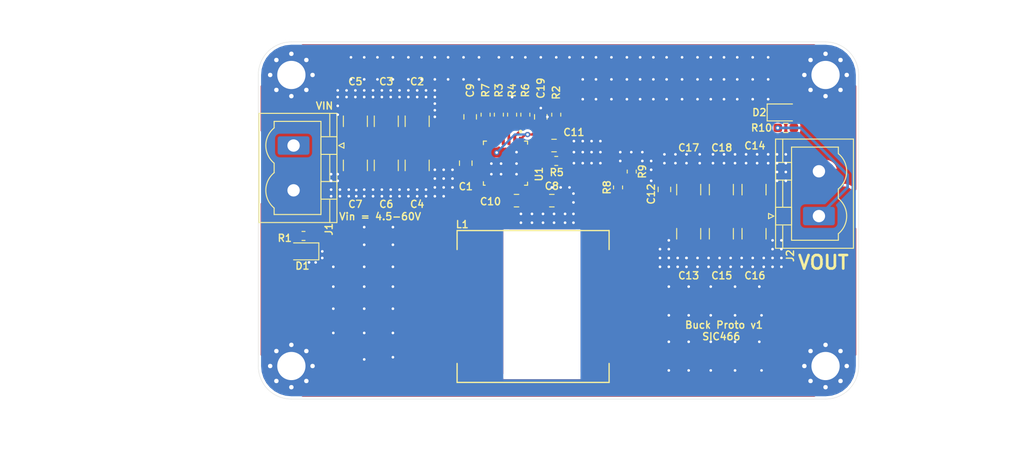
<source format=kicad_pcb>
(kicad_pcb (version 20211014) (generator pcbnew)
  (layers (0 "F.Cu" signal) (31 "B.Cu" signal) (34 "B.Paste" user) (35 "F.Paste" user) (36 "B.SilkS" user "B.Silkscreen") (37 "F.SilkS" user "F.Silkscreen") (38 "B.Mask" user) (39 "F.Mask" user) (44 "Edge.Cuts" user))
  (net 0 "")
  (net 1 "GND")
  (net 2 "+BATT")
  (net 3 "Net-(C8-Pad1)")
  (net 4 "Net-(C9-Pad2)")
  (net 5 "Net-(C9-Pad1)")
  (net 6 "Net-(C10-Pad2)")
  (net 7 "/VDD")
  (net 8 "/VOUT")
  (net 9 "Net-(D1-Pad2)")
  (net 10 "Net-(L1-Pad1)")
  (net 11 "Net-(R2-Pad1)")
  (net 12 "Net-(R3-Pad2)")
  (net 13 "Net-(R5-Pad1)")
  (net 14 "Net-(R6-Pad2)")
  (net 15 "Net-(R7-Pad1)")
  (net 16 "Net-(R8-Pad1)")
  (net 17 "Net-(D2-Pad2)")
  (footprint "Capacitor_SMD:C_0805_2012Metric_Pad1.15x1.40mm_HandSolder" (layer "F.Cu") (at 88 47.25 -90)
    (fp_text reference "C1")
    (fp_text value "100n")
  )
  (footprint "Capacitor_SMD:C_1210_3225Metric_Pad1.42x2.65mm_HandSolder" (layer "F.Cu") (at 82.5 42.5 90)
    (fp_text reference "C2")
    (fp_text value "22u")
  )
  (footprint "Capacitor_SMD:C_1210_3225Metric_Pad1.42x2.65mm_HandSolder" (layer "F.Cu") (at 79 42.5 90)
    (fp_text reference "C3")
    (fp_text value "22u")
  )
  (footprint "Capacitor_SMD:C_1210_3225Metric_Pad1.42x2.65mm_HandSolder" (layer "F.Cu") (at 75.5 42.5 90)
    (fp_text reference "C5")
    (fp_text value "22u")
  )
  (footprint "Capacitor_SMD:C_0805_2012Metric_Pad1.15x1.40mm_HandSolder" (layer "F.Cu") (at 97.75 51.5)
    (fp_text reference "C8")
    (fp_text value "33n")
  )
  (footprint "Capacitor_SMD:C_0805_2012Metric_Pad1.15x1.40mm_HandSolder" (layer "F.Cu") (at 88.5 42 -90)
    (fp_text reference "C9")
    (fp_text value "100n")
  )
  (footprint "Capacitor_SMD:C_0805_2012Metric_Pad1.15x1.40mm_HandSolder" (layer "F.Cu") (at 93.75 51.5 180)
    (fp_text reference "C10")
    (fp_text value "1u")
  )
  (footprint "Capacitor_SMD:C_0805_2012Metric_Pad1.15x1.40mm_HandSolder" (layer "F.Cu") (at 98 45.25 180)
    (fp_text reference "C11")
    (fp_text value "1u")
  )
  (footprint "Capacitor_SMD:C_0805_2012Metric_Pad1.15x1.40mm_HandSolder" (layer "F.Cu") (at 110.5 50.225 90)
    (fp_text reference "C12")
    (fp_text value "100n")
  )
  (footprint "Capacitor_SMD:C_1210_3225Metric_Pad1.42x2.65mm_HandSolder" (layer "F.Cu") (at 113.25 55.25 -90)
    (fp_text reference "C13")
    (fp_text value "22u")
  )
  (footprint "Capacitor_SMD:C_1210_3225Metric_Pad1.42x2.65mm_HandSolder" (layer "F.Cu") (at 120.65 50.25 90)
    (fp_text reference "C14")
    (fp_text value "22u")
  )
  (footprint "Capacitor_SMD:C_1210_3225Metric_Pad1.42x2.65mm_HandSolder" (layer "F.Cu") (at 116.95 55.25 -90)
    (fp_text reference "C15")
    (fp_text value "22u")
  )
  (footprint "LED_SMD:LED_0805_2012Metric_Pad1.15x1.40mm_HandSolder" (layer "F.Cu") (at 69.5 57.25 180)
    (fp_text reference "D1")
    (fp_text value "LED")
  )
  (footprint "MountingHole:MountingHole_3.2mm_M3_Pad_Via" (layer "F.Cu") (at 68.25 37.25)
    (fp_text reference "H1" hide)
    (fp_text value "MountingHole_Pad")
  )
  (footprint "MountingHole:MountingHole_3.2mm_M3_Pad_Via" (layer "F.Cu") (at 128.75 70.25)
    (fp_text reference "H2" hide)
    (fp_text value "MountingHole_Pad")
  )
  (footprint "MountingHole:MountingHole_3.2mm_M3_Pad_Via" (layer "F.Cu") (at 128.75 37.25)
    (fp_text reference "H3" hide)
    (fp_text value "MountingHole_Pad")
  )
  (footprint "Connector_Phoenix_MSTB:PhoenixContact_MSTBVA_2,5_2-G-5,08_1x02_P5.08mm_Vertical" (layer "F.Cu") (at 68.5 45.25 -90)
    (fp_text reference "J1")
    (fp_text value "BAT_IN")
  )
  (footprint "Connector_Phoenix_MSTB:PhoenixContact_MSTBVA_2,5_2-G-5,08_1x02_P5.08mm_Vertical" (layer "F.Cu") (at 128 53.25 90)
    (fp_text reference "J2")
    (fp_text value "BAT_IN")
  )
  (footprint "Inductor_SMD:L_Vishay_IHLP-6767" (layer "F.Cu") (at 95.6275 63.5)
    (fp_text reference "L1")
    (fp_text value "4.7uH")
  )
  (footprint "AREA_lib_composant:CONV_SIC461ED-T1-GE3" (layer "F.Cu") (at 92.5 47.25 -90)
    (fp_text reference "U1")
    (fp_text value "SIC466ED-T1-GE3")
  )
  (footprint "Capacitor_SMD:C_1210_3225Metric_Pad1.42x2.65mm_HandSolder" (layer "F.Cu") (at 120.65 55.25 -90)
    (fp_text reference "C16")
    (fp_text value "22u")
  )
  (footprint "Capacitor_SMD:C_1210_3225Metric_Pad1.42x2.65mm_HandSolder" (layer "F.Cu") (at 113.25 50.25 90)
    (fp_text reference "C17")
    (fp_text value "22u")
  )
  (footprint "Capacitor_SMD:C_1210_3225Metric_Pad1.42x2.65mm_HandSolder" (layer "F.Cu") (at 116.95 50.25 90)
    (fp_text reference "C18")
    (fp_text value "22u")
  )
  (footprint "Resistor_SMD:R_0603_1608Metric_Pad1.05x0.95mm_HandSolder" (layer "F.Cu") (at 69.625 55.5 180)
    (fp_text reference "R1")
    (fp_text value "10k")
  )
  (footprint "Resistor_SMD:R_0603_1608Metric_Pad1.05x0.95mm_HandSolder" (layer "F.Cu") (at 98.25 41.75 90)
    (fp_text reference "R2")
    (fp_text value "2k")
  )
  (footprint "Resistor_SMD:R_0603_1608Metric_Pad1.05x0.95mm_HandSolder" (layer "F.Cu") (at 91.75 41.75 -90)
    (fp_text reference "R3")
    (fp_text value "562k")
  )
  (footprint "Resistor_SMD:R_0603_1608Metric_Pad1.05x0.95mm_HandSolder" (layer "F.Cu") (at 93.25 41.75 90)
    (fp_text reference "R4")
    (fp_text value "226k")
  )
  (footprint "Resistor_SMD:R_0603_1608Metric_Pad1.05x0.95mm_HandSolder" (layer "F.Cu") (at 98.25 47)
    (fp_text reference "R5")
    (fp_text value "88.7k")
  )
  (footprint "Resistor_SMD:R_0603_1608Metric_Pad1.05x0.95mm_HandSolder" (layer "F.Cu") (at 94.75 41.75 -90)
    (fp_text reference "R6")
    (fp_text value "100k")
  )
  (footprint "Resistor_SMD:R_0603_1608Metric_Pad1.05x0.95mm_HandSolder" (layer "F.Cu") (at 90.25 41.75 90)
    (fp_text reference "R7")
    (fp_text value "3.3")
  )
  (footprint "Resistor_SMD:R_0603_1608Metric_Pad1.05x0.95mm_HandSolder" (layer "F.Cu") (at 105.25 50 -90)
    (fp_text reference "R8")
    (fp_text value "52.3k")
  )
  (footprint "Resistor_SMD:R_0603_1608Metric_Pad1.05x0.95mm_HandSolder" (layer "F.Cu") (at 106.8 48.2 -90)
    (fp_text reference "R9")
    (fp_text value "10k")
  )
  (footprint "Capacitor_SMD:C_0805_2012Metric_Pad1.15x1.40mm_HandSolder" (layer "F.Cu") (at 96.5 42 90)
    (fp_text reference "C19")
    (fp_text value "100n")
  )
  (footprint "Capacitor_SMD:C_1210_3225Metric_Pad1.42x2.65mm_HandSolder" (layer "F.Cu") (at 79 47.5 -90)
    (fp_text reference "C6")
    (fp_text value "22u")
  )
  (footprint "Capacitor_SMD:C_1210_3225Metric_Pad1.42x2.65mm_HandSolder" (layer "F.Cu") (at 82.5 47.5 -90)
    (fp_text reference "C4")
    (fp_text value "22u")
  )
  (footprint "Capacitor_SMD:C_1210_3225Metric_Pad1.42x2.65mm_HandSolder" (layer "F.Cu") (at 75.5 47.5 -90)
    (fp_text reference "C7")
    (fp_text value "22u")
  )
  (footprint "LED_SMD:LED_0805_2012Metric_Pad1.15x1.40mm_HandSolder" (layer "F.Cu") (at 124 41.5)
    (fp_text reference "D2")
    (fp_text value "LED")
  )
  (footprint "Resistor_SMD:R_0603_1608Metric_Pad0.98x0.95mm_HandSolder" (layer "F.Cu") (at 124.25 43.25)
    (fp_text reference "R10")
    (fp_text value "10k")
  )
  (footprint "MountingHole:MountingHole_3.2mm_M3_Pad_Via" (layer "F.Cu") (at 68.25 70.25)
    (fp_text reference "H4" hide)
    (fp_text value "MountingHole_Pad")
  )
  (gr_arc (start 128.75 33.5) (mid 131.40165 34.59835) (end 132.5 37.25) (layer "Edge.Cuts") (width 0.0381))
  (gr_line (start 132.5 37.25) (end 132.5 70.25) (layer "Edge.Cuts") (width 0.0381))
  (gr_line (start 128.75 74) (end 68.25 74) (layer "Edge.Cuts") (width 0.0381))
  (gr_line (start 64.5 70.25) (end 64.5 37.25) (layer "Edge.Cuts") (width 0.0381))
  (gr_line (start 128.75 33.5) (end 68.25 33.5) (layer "Edge.Cuts") (width 0.0381))
  (gr_arc (start 64.5 37.25) (mid 65.59835 34.59835) (end 68.25 33.5) (layer "Edge.Cuts") (width 0.0381))
  (gr_arc (start 68.25 74) (mid 65.59835 72.90165) (end 64.5 70.25) (layer "Edge.Cuts") (width 0.0381))
  (gr_arc (start 132.5 70.25) (mid 131.40165 72.90165) (end 128.75 74) (layer "Edge.Cuts") (width 0.0381))
  (gr_text "Vin = 4.5-60V" (at 78.3 53.3) (layer "F.SilkS") (effects (font (size 0.8128 0.8128) (thickness 0.1524))))
  (gr_text "VOUT" (at 128.5 58.5) (layer "F.SilkS") (effects (font (size 1.524 1.524) (thickness 0.3048))))
  (gr_text "VIN" (at 72 40.75) (layer "F.SilkS") (effects (font (size 0.8128 0.8128) (thickness 0.1524))))
  (gr_text "Buck Proto v1\nSIC466 \n" (at 117.25 66.25) (layer "F.SilkS") (effects (font (size 0.8128 0.8128) (thickness 0.1524))))
  (segment (start 93.621398 50.75) (end 94.025 50.75) (width 0.25) (layer "F.Cu") (net 1))
  (segment (start 93.25 49.775) (end 93.25 47.7) (width 0.3) (layer "F.Cu") (net 1))
  (segment (start 94.025 50.75) (end 94.775 51.5) (width 0.25) (layer "F.Cu") (net 1))
  (segment (start 93.25 50.378602) (end 93.621398 50.75) (width 0.25) (layer "F.Cu") (net 1))
  (segment (start 93.25 47.7) (end 93.7 47.25) (width 0.3) (layer "F.Cu") (net 1))
  (segment (start 93.7 47.25) (end 93.95 47.5) (width 0.3) (layer "F.Cu") (net 1))
  (segment (start 93.25 49.775) (end 93.25 50.378602) (width 0.25) (layer "F.Cu") (net 1))
  (segment (start 95.025 47.5) (end 96.25 47.5) (width 0.3) (layer "F.Cu") (net 1))
  (segment (start 93.95 47.5) (end 95.025 47.5) (width 0.3) (layer "F.Cu") (net 1))
  (via (at 102.75 35.25) (size 0.6) (drill 0.3) (layers "F.Cu" "B.Cu") (net 1))
  (via (at 106.25 35.25) (size 0.6) (drill 0.3) (layers "F.Cu" "B.Cu") (net 1))
  (via (at 104.5 35.25) (size 0.6) (drill 0.3) (layers "F.Cu" "B.Cu") (net 1))
  (via (at 101.25 35.25) (size 0.6) (drill 0.3) (layers "F.Cu" "B.Cu") (net 1))
  (via (at 99.75 35.25) (size 0.6) (drill 0.3) (layers "F.Cu" "B.Cu") (net 1))
  (via (at 84.5 35.25) (size 0.6) (drill 0.3) (layers "F.Cu" "B.Cu") (net 1))
  (via (at 78 35.25) (size 0.6) (drill 0.3) (layers "F.Cu" "B.Cu") (net 1))
  (via (at 81.5 35.25) (size 0.6) (drill 0.3) (layers "F.Cu" "B.Cu") (net 1))
  (via (at 86 35.25) (size 0.6) (drill 0.3) (layers "F.Cu" "B.Cu") (net 1))
  (via (at 89.5 35.25) (size 0.6) (drill 0.3) (layers "F.Cu" "B.Cu") (net 1))
  (via (at 87.75 35.25) (size 0.6) (drill 0.3) (layers "F.Cu" "B.Cu") (net 1))
  (via (at 79.75 35.25) (size 0.6) (drill 0.3) (layers "F.Cu" "B.Cu") (net 1))
  (via (at 76.5 35.25) (size 0.6) (drill 0.3) (layers "F.Cu" "B.Cu") (net 1))
  (via (at 83 35.25) (size 0.6) (drill 0.3) (layers "F.Cu" "B.Cu") (net 1))
  (via (at 75 35.25) (size 0.6) (drill 0.3) (layers "F.Cu" "B.Cu") (net 1))
  (via (at 118.5 61.25) (size 0.6) (drill 0.3) (layers "F.Cu" "B.Cu") (net 1))
  (via (at 113.25 61.25) (size 0.6) (drill 0.3) (layers "F.Cu" "B.Cu") (net 1))
  (via (at 121.5 64.5) (size 0.6) (drill 0.3) (layers "F.Cu" "B.Cu") (net 1))
  (via (at 111 61.25) (size 0.6) (drill 0.3) (layers "F.Cu" "B.Cu") (net 1))
  (via (at 113.25 64.5) (size 0.6) (drill 0.3) (layers "F.Cu" "B.Cu") (net 1))
  (via (at 118.5 64.5) (size 0.6) (drill 0.3) (layers "F.Cu" "B.Cu") (net 1))
  (via (at 115.75 64.5) (size 0.6) (drill 0.3) (layers "F.Cu" "B.Cu") (net 1))
  (via (at 111 64.5) (size 0.6) (drill 0.3) (layers "F.Cu" "B.Cu") (net 1))
  (via (at 121.25 61.25) (size 0.6) (drill 0.3) (layers "F.Cu" "B.Cu") (net 1))
  (via (at 115.75 61.25) (size 0.6) (drill 0.3) (layers "F.Cu" "B.Cu") (net 1))
  (via (at 123.75 58) (size 0.6) (drill 0.3) (layers "F.Cu" "B.Cu") (net 1))
  (via (at 105.5 46) (size 0.6) (drill 0.3) (layers "F.Cu" "B.Cu") (net 1))
  (via (at 115.5 58) (size 0.6) (drill 0.3) (layers "F.Cu" "B.Cu") (net 1))
  (via (at 100.25 46) (size 0.6) (drill 0.3) (layers "F.Cu" "B.Cu") (net 1))
  (via (at 78.5 39.75) (size 0.6) (drill 0.3) (layers "F.Cu" "B.Cu") (net 1))
  (via (at 121 46.25) (size 0.6) (drill 0.3) (layers "F.Cu" "B.Cu") (net 1))
  (via (at 93.75 47.3) (size 0.6) (drill 0.3) (layers "F.Cu" "B.Cu") (net 1))
  (via (at 73 63.75) (size 0.6) (drill 0.3) (layers "F.Cu" "B.Cu") (net 1))
  (via (at 116 46.25) (size 0.6) (drill 0.3) (layers "F.Cu" "B.Cu") (net 1))
  (via (at 80.5 50.25) (size 0.6) (drill 0.3) (layers "F.Cu" "B.Cu") (net 1))
  (via (at 102.25 44.75) (size 0.6) (drill 0.3) (layers "F.Cu" "B.Cu") (net 1))
  (via (at 111.75 47.25) (size 0.6) (drill 0.3) (layers "F.Cu" "B.Cu") (net 1))
  (via (at 115.75 37.75) (size 0.6) (drill 0.3) (layers "F.Cu" "B.Cu") (net 1))
  (via (at 92 48.5) (size 0.6) (drill 0.3) (layers "F.Cu" "B.Cu") (net 1))
  (via (at 122.25 47.25) (size 0.6) (drill 0.3) (layers "F.Cu" "B.Cu") (net 1))
  (via (at 109 49.25) (size 0.6) (drill 0.3) (layers "F.Cu" "B.Cu") (net 1))
  (via (at 100.2 50.7) (size 0.6) (drill 0.3) (layers "F.Cu" "B.Cu") (net 1))
  (via (at 84.5 51) (size 0.6) (drill 0.3) (layers "F.Cu" "B.Cu") (net 1))
  (via (at 81.5 39) (size 0.6) (drill 0.3) (layers "F.Cu" "B.Cu") (net 1))
  (via (at 79.75 54.5) (size 0.6) (drill 0.3) (layers "F.Cu" "B.Cu") (net 1))
  (via (at 120.5 40) (size 0.6) (drill 0.3) (layers "F.Cu" "B.Cu") (net 1))
  (via (at 86.5 50) (size 0.6) (drill 0.3) (layers "F.Cu" "B.Cu") (net 1))
  (via (at 118.75 35.25) (size 0.6) (drill 0.3) (layers "F.Cu" "B.Cu") (net 1))
  (via (at 110.5 47.25) (size 0.6) (drill 0.3) (layers "F.Cu" "B.Cu") (net 1))
  (via (at 85.5 49) (size 0.6) (drill 0.3) (layers "F.Cu" "B.Cu") (net 1))
  (via (at 73 66.5) (size 0.6) (drill 0.3) (layers "F.Cu" "B.Cu") (net 1))
  (via (at 118 58) (size 0.6) (drill 0.3) (layers "F.Cu" "B.Cu") (net 1))
  (via (at 76.5 63.75) (size 0.6) (drill 0.3) (layers "F.Cu" "B.Cu") (net 1))
  (via (at 79.75 59) (size 0.6) (drill 0.3) (layers "F.Cu" "B.Cu") (net 1))
  (via (at 123.25 46.25) (size 0.6) (drill 0.3) (layers "F.Cu" "B.Cu") (net 1))
  (via (at 106.75 46) (size 0.6) (drill 0.3) (layers "F.Cu" "B.Cu") (net 1))
  (via (at 96.75 54) (size 0.6) (drill 0.3) (layers "F.Cu" "B.Cu") (net 1))
  (via (at 114.25 40) (size 0.6) (drill 0.3) (layers "F.Cu" "B.Cu") (net 1))
  (via (at 102.25 47.25) (size 0.6) (drill 0.3) (layers "F.Cu" "B.Cu") (net 1))
  (via (at 122.75 56) (size 0.6) (drill 0.3) (layers "F.Cu" "B.Cu") (net 1))
  (via (at 75.5 39.75) (size 0.6) (drill 0.3) (layers "F.Cu" "B.Cu") (net 1))
  (via (at 82.5 39.75) (size 0.6) (drill 0.3) (layers "F.Cu" "B.Cu") (net 1))
  (via (at 112 59) (size 0.6) (drill 0.3) (layers "F.Cu" "B.Cu") (net 1))
  (via (at 76.5 56.5) (size 0.6) (drill 0.3) (layers "F.Cu" "B.Cu") (net 1))
  (via (at 84.5 50) (size 0.6) (drill 0.3) (layers "F.Cu" "B.Cu") (net 1))
  (via (at 70.25 58.5) (size 0.6) (drill 0.3) (layers "F.Cu" "B.Cu") (net 1))
  (via (at 80.5 39) (size 0.6) (drill 0.3) (layers "F.Cu" "B.Cu") (net 1))
  (via (at 113 46.25) (size 0.6) (drill 0.3) (layers "F.Cu" "B.Cu") (net 1))
  (via (at 81.5 39.75) (size 0.6) (drill 0.3) (layers "F.Cu" "B.Cu") (net 1))
  (via (at 73.75 51) (size 0.6) (drill 0.3) (layers "F.Cu" "B.Cu") (net 1))
  (via (at 117.25 47.25) (size 0.6) (drill 0.3) (layers "F.Cu" "B.Cu") (net 1))
  (via (at 74.5 39) (size 0.6) (drill 0.3) (layers "F.Cu" "B.Cu") (net 1))
  (via (at 122.25 40) (size 0.6) (drill 0.3) (layers "F.Cu" "B.Cu") (net 1))
  (via (at 110 59) (size 0.6) (drill 0.3) (layers "F.Cu" "B.Cu") (net 1))
  (via (at 76.5 37.75) (size 0.6) (drill 0.3) (layers "F.Cu" "B.Cu") (net 1))
  (via (at 72.75 51) (size 0.6) (drill 0.3) (layers "F.Cu" "B.Cu") (net 1))
  (via (at 100.25 44.75) (size 0.6) (drill 0.3) (layers "F.Cu" "B.Cu") (net 1))
  (via (at 117.25 37.75) (size 0.6) (drill 0.3) (layers "F.Cu" "B.Cu") (net 1))
  (via (at 75 37.75) (size 0.6) (drill 0.3) (layers "F.Cu" "B.Cu") (net 1))
  (via (at 114.25 37.75) (size 0.6) (drill 0.3) (layers "F.Cu" "B.Cu") (net 1))
  (via (at 84.5 49) (size 0.6) (drill 0.3) (layers "F.Cu" "B.Cu") (net 1))
  (via (at 79.75 69.25) (size 0.6) (drill 0.3) (layers "F.Cu" "B.Cu") (net 1))
  (via (at 104.5 40) (size 0.6) (drill 0.3) (layers "F.Cu" "B.Cu") (net 1))
  (via (at 94.25 53) (size 0.6) (drill 0.3) (layers "F.Cu" "B.Cu") (net 1))
  (via (at 73.5 41.75) (size 0.6) (drill 0.3) (layers "F.Cu" "B.Cu") (net 1))
  (via (at 120.5 58) (size 0.6) (drill 0.3) (layers "F.Cu" "B.Cu") (net 1))
  (via (at 90.9 48.5) (size 0.6) (drill 0.3) (layers "F.Cu" "B.Cu") (net 1))
  (via (at 87.75 37.75) (size 0.6) (drill 0.3) (layers "F.Cu" "B.Cu") (net 1))
  (via (at 77.5 50.25) (size 0.6) (drill 0.3) (layers "F.Cu" "B.Cu") (net 1))
  (via (at 112.5 35.25) (size 0.6) (drill 0.3) (layers "F.Cu" "B.Cu") (net 1))
  (via (at 73 59) (size 0.6) (drill 0.3) (layers "F.Cu" "B.Cu") (net 1))
  (via (at 71.75 57.25) (size 0.6) (drill 0.3) (layers "F.Cu" "B.Cu") (net 1))
  (via (at 110 57) (size 0.6) (drill 0.3) (layers "F.Cu" "B.Cu") (net 1))
  (via (at 101.25 47.25) (size 0.6) (drill 0.3) (layers "F.Cu" "B.Cu") (net 1))
  (via (at 99.25 53) (size 0.6) (drill 0.3) (layers "F.Cu" "B.Cu") (net 1))
  (via (at 121 47.25) (size 0.6) (drill 0.3) (layers "F.Cu" "B.Cu") (net 1))
  (via (at 115.75 40) (size 0.6) (drill 0.3) (layers "F.Cu" "B.Cu") (net 1))
  (via (at 77.5 39) (size 0.6) (drill 0.3) (layers "F.Cu" "B.Cu") (net 1))
  (via (at 73.5 48.5) (size 0.6) (drill 0.3) (layers "F.Cu" "B.Cu") (net 1))
  (via (at 123.75 57) (size 0.6) (drill 0.3) (layers "F.Cu" "B.Cu") (net 1))
  (via (at 101.25 40) (size 0.6) (drill 0.3) (layers "F.Cu" "B.Cu") (net 1))
  (via (at 106.25 40) (size 0.6) (drill 0.3) (layers "F.Cu" "B.Cu") (net 1))
  (via (at 75.6 51) (size 0.6) (drill 0.3) (layers "F.Cu" "B.Cu") (net 1))
  (via (at 78.5 39) (size 0.6) (drill 0.3) (layers "F.Cu" "B.Cu") (net 1))
  (via (at 84.5 42) (size 0.6) (drill 0.3) (layers "F.Cu" "B.Cu") (net 1))
  (via (at 114.25 58) (size 0.6) (drill 0.3) (layers "F.Cu" "B.Cu") (net 1))
  (via (at 123.75 59) (size 0.6) (drill 0.3) (layers "F.Cu" "B.Cu") (net 1))
  (via (at 76.5 50.25) (size 0.6) (drill 0.3) (layers "F.Cu" "B.Cu") (net 1))
  (via (at 76.5 61.25) (size 0.6) (drill 0.3) (layers "F.Cu" "B.Cu") (net 1))
  (via (at 109.25 40) (size 0.6) (drill 0.3) (layers "F.Cu" "B.Cu") (net 1))
  (via (at 93.25 35.25) (size 0.6) (drill 0.3) (layers "F.Cu" "B.Cu") (net 1))
  (via (at 107.75 37.75) (size 0.6) (drill 0.3) (layers "F.Cu" "B.Cu") (net 1))
  (via (at 109.25 35.25) (size 0.6) (drill 0.3) (layers "F.Cu" "B.Cu") (net 1))
  (via (at 90.9 47.3) (size 0.6) (drill 0.3) (layers "F.Cu" "B.Cu") (net 1))
  (via (at 110.5 46.25) (size 0.6) (drill 0.3) (layers "F.Cu" "B.Cu") (net 1))
  (via (at 113 47.25) (size 0.6) (drill 0.3) (layers "F.Cu" "B.Cu") (net 1))
  (via (at 102.75 40) (size 0.6) (drill 0.3) (layers "F.Cu" "B.Cu") (net 1))
  (via (at 83.5 39) (size 0.6) (drill 0.3) (layers "F.Cu" "B.Cu") (net 1))
  (via (at 82.5 50.25) (size 0.6) (drill 0.3) (layers "F.Cu" "B.Cu") (net 1))
  (via (at 113.25 67.5) (size 0.6) (drill 0.3) (layers "F.Cu" "B.Cu") (net 1))
  (via (at 78.5 51) (size 0.6) (drill 0.3) (layers "F.Cu" "B.Cu") (net 1))
  (via (at 74.75 50.25) (size 0.6) (drill 0.3) (layers "F.Cu" "B.Cu") (net 1))
  (via (at 122.25 46.25) (size 0.6) (drill 0.3) (layers "F.Cu" "B.Cu") (net 1))
  (via (at 82.5 39) (size 0.6) (drill 0.3) (layers "F.Cu" "B.Cu") (net 1))
  (via (at 110.75 40) (size 0.6) (drill 0.3) (layers "F.Cu" "B.Cu") (net 1))
  (via (at 91.75 35.25) (size 0.6) (drill 0.3) (layers "F.Cu" "B.Cu") (net 1))
  (via (at 113 58) (size 0.6) (drill 0.3) (layers "F.Cu" "B.Cu") (net 1))
  (via (at 79.5 51) (size 0.6) (drill 0.3) (layers "F.Cu" "B.Cu") (net 1))
  (via (at 122.25 37.75) (size 0.6) (drill 0.3) (layers "F.Cu" "B.Cu") (net 1))
  (via (at 93.75 48.5) (size 0.6) (drill 0.3) (layers "F.Cu" "B.Cu") (net 1))
  (via (at 120.5 37.75) (size 0.6) (drill 0.3) (layers "F.Cu" "B.Cu") (net 1))
  (via (at 108 47) (size 0.6) (drill 0.3) (layers "F.Cu" "B.Cu") (net 1))
  (via (at 84.5 41.25) (size 0.6) (drill 0.3) (layers "F.Cu" "B.Cu") (net 1))
  (via (at 101.25 37.75) (size 0.6) (drill 0.3) (layers "F.Cu" "B.Cu") (net 1))
  (via (at 80.5 51) (size 0.6) (drill 0.3) (layers "F.Cu" "B.Cu") (net 1))
  (via (at 83 37.75) (size 0.6) (drill 0.3) (layers "F.Cu" "B.Cu") (net 1))
  (via (at 99.75 50) (size 0.6) (drill 0.3) (layers "F.Cu" "B.Cu") (net 1))
  (via (at 113 59) (size 0.6) (drill 0.3) (layers "F.Cu" "B.Cu") (net 1))
  (via (at 93.75 46) (size 0.6) (drill 0.3) (layers "F.Cu" "B.Cu") (net 1))
  (via (at 99.25 54) (size 0.6) (drill 0.3) (layers "F.Cu" "B.Cu") (net 1))
  (via (at 117.25 40) (size 0.6) (drill 0.3) (layers "F.Cu" "B.Cu") (net 1))
  (via (at 89.5 37.75) (size 0.6) (drill 0.3) (layers "F.Cu" "B.Cu") (net 1))
  (via (at 79.75 56.5) (size 0.6) (drill 0.3) (layers "F.Cu" "B.Cu") (net 1))
  (via (at 111 70.75) (size 0.6) (drill 0.3) (layers "F.Cu" "B.Cu") (net 1))
  (via (at 114.5 46.25) (size 0.6) (drill 0.3) (layers "F.Cu" "B.Cu") (net 1))
  (via (at 94.25 54) (size 0.6) (drill 0.3) (layers "F.Cu" "B.Cu") (net 1))
  (via (at 105.5 47) (size 0.6) (drill 0.3) (layers "F.Cu" "B.Cu") (net 1))
  (via (at 114.25 59) (size 0.6) (drill 0.3) (layers "F.Cu" "B.Cu") (net 1))
  (via (at 77.5 39.75) (size 0.6) (drill 0.3) (layers "F.Cu" "B.Cu") (net 1))
  (via (at 98.25 35.25) (size 0.6) (drill 0.3) (layers "F.Cu" "B.Cu") (net 1))
  (via (at 86.5 48) (size 0.6) (drill 0.3) (layers "F.Cu" "B.Cu") (net 1))
  (via (at 121.75 59) (size 0.6) (drill 0.3) (layers "F.Cu" "B.Cu") (net 1))
  (via (at 82.5 51) (size 0.6) (drill 0.3) (layers "F.Cu" "B.Cu") (net 1))
  (via (at 84.5 37.75) (size 0.6) (drill 0.3) (layers "F.Cu" "B.Cu") (net 1))
  (via (at 113.25 70.75) (size 0.6) (drill 0.3) (layers "F.Cu" "B.Cu") (net 1))
  (via (at 116.75 58) (size 0.6) (drill 0.3) (layers "F.Cu" "B.Cu") (net 1))
  (via (at 79.5 39.75) (size 0.6) (drill 0.3) (layers "F.Cu" "B.Cu") (net 1))
  (via (at 96.5 41) (size 0.6) (drill 0.3) (layers "F.Cu" "B.Cu") (net 1))
  (via (at 74.5 39.75) (size 0.6) (drill 0.3) (layers "F.Cu" "B.Cu") (net 1))
  (via (at 118.5 47.25) (size 0.6) (drill 0.3) (layers "F.Cu" "B.Cu") (net 1))
  (via (at 79.75 66.5) (size 0.6) (drill 0.3) (layers "F.Cu" "B.Cu") (net 1))
  (via (at 71 58.5) (size 0.6) (drill 0.3) (layers "F.Cu" "B.Cu") (net 1))
  (via (at 119.25 58) (size 0.6) (drill 0.3) (layers "F.Cu" "B.Cu") (net 1))
  (via (at 83.5 39.75) (size 0.6) (drill 0.3) (layers "F.Cu" "B.Cu") (net 1))
  (via (at 94.75 35.25) (size 0.6) (drill 0.3) (layers "F.Cu" "B.Cu") (net 1))
  (via (at 81.5 50.25) (size 0.6) (drill 0.3) (layers "F.Cu" "B.Cu") (net 1))
  (via (at 123.75 56) (size 0.6) (drill 0.3) (layers "F.Cu" "B.Cu") (net 1))
  (via (at 76.5 54.5) (size 0.6) (drill 0.3) (layers "F.Cu" "B.Cu") (net 1))
  (via (at 100.25 47.25) (size 0.6) (drill 0.3) (layers "F.Cu" "B.Cu") (net 1))
  (via (at 79.5 39) (size 0.6) (drill 0.3) (layers "F.Cu" "B.Cu") (net 1))
  (via (at 114.5 47.25) (size 0.6) (drill 0.3) (layers "F.Cu" "B.Cu") (net 1))
  (via (at 116.75 59) (size 0.6) (drill 0.3) (layers "F.Cu" "B.Cu") (net 1))
  (via (at 111 59) (size 0.6) (drill 0.3) (layers "F.Cu" "B.Cu") (net 1))
  (via (at 95.5 54) (size 0.6) (drill 0.3) (layers "F.Cu" "B.Cu") (net 1))
  (via (at 102.75 37.75) (size 0.6) (drill 0.3) (layers "F.Cu" "B.Cu") (net 1))
  (via (at 115.75 35.25) (size 0.6) (drill 0.3) (layers "F.Cu" "B.Cu") (net 1))
  (via (at 73.5 39) (size 0.6) (drill 0.3) (layers "F.Cu" "B.Cu") (net 1))
  (via (at 123.25 48.25) (size 0.6) (drill 0.3) (layers "F.Cu" "B.Cu") (net 1))
  (via (at 112.5 40) (size 0.6) (drill 0.3) (layers "F.Cu" "B.Cu") (net 1))
  (via (at 104.5 37.75) (size 0.6) (drill 0.3) (layers "F.Cu" "B.Cu") (net 1))
  (via (at 76.5 69.5) (size 0.6) (drill 0.3) (layers "F.Cu" "B.Cu") (net 1))
  (via (at 86 37.75) (size 0.6) (drill 0.3) (layers "F.Cu" "B.Cu") (net 1))
  (via (at 98 54) (size 0.6) (drill 0.3) (layers "F.Cu" "B.Cu") (net 1))
  (via (at 83.5 50.25) (size 0.6) (drill 0.3) (layers "F.Cu" "B.Cu") (net 1))
  (via (at 84.5 48) (size 0.6) (drill 0.3) (layers "F.Cu" "B.Cu") (net 1))
  (via (at 124.25 47.25) (size 0.6) (drill 0.3) (layers "F.Cu" "B.Cu") (net 1))
  (via (at 124.25 49.25) (size 0.6) (drill 0.3) (layers "F.Cu" "B.Cu") (net 1))
  (via (at 96.5 35.25) (size 0.6) (drill 0.3) (layers "F.Cu" "B.Cu") (net 1))
  (via (at 115.75 67.5) (size 0.6) (drill 0.3) (layers "F.Cu" "B.Cu") (net 1))
  (via (at 80.5 39.75) (size 0.6) (drill 0.3) (layers "F.Cu" "B.Cu") (net 1))
  (via (at 76.5 51) (size 0.6) (drill 0.3) (layers "F.Cu" "B.Cu") (net 1))
  (via (at 111 56) (size 0.6) (drill 0.3) (layers "F.Cu" "B.Cu") (net 1))
  (via (at 103.25 44.75) (size 0.6) (drill 0.3) (layers "F.Cu" "B.Cu") (net 1))
  (via (at 121.5 70.75) (size 0.6) (drill 0.3) (layers "F.Cu" "B.Cu") (net 1))
  (via (at 84.5 39.75) (size 0.6) (drill 0.3) (layers "F.Cu" "B.Cu") (net 1))
  (via (at 86.5 49) (size 0.6) (drill 0.3) (layers "F.Cu" "B.Cu") (net 1))
  (via (at 112.5 37.75) (size 0.6) (drill 0.3) (layers "F.Cu" "B.Cu") (net 1))
  (via (at 111 57) (size 0.6) (drill 0.3) (layers "F.Cu" "B.Cu") (net 1))
  (via (at 96.75 53) (size 0.6) (drill 0.3) (layers "F.Cu" "B.Cu") (net 1))
  (via (at 120.5 35.25) (size 0.6) (drill 0.3) (layers "F.Cu" "B.Cu") (net 1))
  (via (at 81.5 37.75) (size 0.6) (drill 0.3) (layers "F.Cu" "B.Cu") (net 1))
  (via (at 123.25 49.25) (size 0.6) (drill 0.3) (layers "F.Cu" "B.Cu") (net 1))
  (via (at 115.75 70.75) (size 0.6) (drill 0.3) (layers "F.Cu" "B.Cu") (net 1))
  (via (at 79.75 37.75) (size 0.6) (drill 0.3) (layers "F.Cu" "B.Cu") (net 1))
  (via (at 71.75 58) (size 0.6) (drill 0.3) (layers "F.Cu" "B.Cu") (net 1))
  (via (at 121.75 58) (size 0.6) (drill 0.3) (layers "F.Cu" "B.Cu") (net 1))
  (via (at 73.5 40.75) (size 0.6) (drill 0.3) (layers "F.Cu" "B.Cu") (net 1))
  (via (at 107.75 35.25) (size 0.6) (drill 0.3) (layers "F.Cu" "B.Cu") (net 1))
  (via (at 103.25 46) (size 0.6) (drill 0.3) (layers "F.Cu" "B.Cu") (net 1))
  (via (at 95.5 53) (size 0.6) (drill 0.3) (layers "F.Cu" "B.Cu") (net 1))
  (via (at 123.25 47.25) (size 0.6) (drill 0.3) (layers "F.Cu" "B.Cu") (net 1))
  (via (at 111 67.5) (size 0.6) (drill 0.3) (layers "F.Cu" "B.Cu") (net 1))
  (via (at 119.25 59) (size 0.6) (drill 0.3) (layers "F.Cu" "B.Cu") (net 1))
  (via (at 76.5 59) (size 0.6) (drill 0.3) (layers "F.Cu" "B.Cu") (net 1))
  (via (at 84.5 39) (size 0.6) (drill 0.3) (layers "F.Cu" "B.Cu") (net 1))
  (via (at 72.75 49.25) (size 0.6) (drill 0.3) (layers "F.Cu" "B.Cu") (net 1))
  (via (at 76.5 66.5) (size 0.6) (drill 0.3) (layers "F.Cu" "B.Cu") (net 1))
  (via (at 122.25 35.25) (size 0.6) (drill 0.3) (layers "F.Cu" "B.Cu") (net 1))
  (via (at 79.75 61.25) (size 0.6) (drill 0.3) (layers "F.Cu" "B.Cu") (net 1))
  (via (at 72.75 50.25) (size 0.6) (drill 0.3) (layers "F.Cu" "B.Cu") (net 1))
  (via (at 73.5 39.75) (size 0.6) (drill 0.3) (layers "F.Cu" "B.Cu") (net 1))
  (via (at 116 47.25) (size 0.6) (drill 0.3) (layers "F.Cu" "B.Cu") (net 1))
  (via (at 117.25 46.25) (size 0.6) (drill 0.3) (layers "F.Cu" "B.Cu") (net 1))
  (via (at 100.2 53) (size 0.6) (drill 0.3) (layers "F.Cu" "B.Cu") (net 1))
  (via (at 79.75 63.75) (size 0.6) (drill 0.3) (layers "F.Cu" "B.Cu") (net 1))
  (via (at 76.5 39.75) (size 0.6) (drill 0.3) (layers "F.Cu" "B.Cu") (net 1))
  (via (at 102.25 46) (size 0.6) (drill 0.3) (layers "F.Cu" "B.Cu") (net 1))
  (via (at 110 58) (size 0.6) (drill 0.3) (layers "F.Cu" "B.Cu") (net 1))
  (via (at 85.5 48) (size 0.6) (drill 0.3) (layers "F.Cu" "B.Cu") (net 1))
  (via (at 100.2 54) (size 0.6) (drill 0.3) (layers "F.Cu" "B.Cu") (net 1))
  (via (at 73.75 50.25) (size 0.6) (drill 0.3) (layers "F.Cu" "B.Cu") (net 1))
  (via (at 73.5 49.25) (size 0.6) (drill 0.3) (layers "F.Cu" "B.Cu") (net 1))
  (via (at 73 61.25) (size 0.6) (drill 0.3) (layers "F.Cu" "B.Cu") (net 1))
  (via (at 111.75 46.25) (size 0.6) (drill 0.3) (layers "F.Cu" "B.Cu") (net 1))
  (via (at 72.75 48.5) (size 0.6) (drill 0.3) (layers "F.Cu" "B.Cu") (net 1))
  (via (at 100.2 51.7) (size 0.6) (drill 0.3) (layers "F.Cu" "B.Cu") (net 1))
  (via (at 76.5 39) (size 0.6) (drill 0.3) (layers "F.Cu" "B.Cu") (net 1))
  (via (at 118.5 70.75) (size 0.6) (drill 0.3) (layers "F.Cu" "B.Cu") (net 1))
  (via (at 109.25 37.75) (size 0.6) (drill 0.3) (layers "F.Cu" "B.Cu") (net 1))
  (via (at 118 59) (size 0.6) (drill 0.3) (layers "F.Cu" "B.Cu") (net 1))
  (via (at 119.75 47.25) (size 0.6) (drill 0.3) (layers "F.Cu" "B.Cu") (net 1))
  (via (at 112 58) (size 0.6) (drill 0.3) (layers "F.Cu" "B.Cu") (net 1))
  (via (at 98 53) (size 0.6) (drill 0.3) (layers "F.Cu" "B.Cu") (net 1))
  (via (at 108 46) (size 0.6) (drill 0.3) (layers "F.Cu" "B.Cu") (net 1))
  (via (at 111 58) (size 0.6) (drill 0.3) (layers "F.Cu" "B.Cu") (net 1))
  (via (at 118.75 37.75) (size 0.6) (drill 0.3) (layers "F.Cu" "B.Cu") (net 1))
  (via (at 121.25 67.5) (size 0.6) (drill 0.3) (layers "F.Cu" "B.Cu") (net 1))
  (via (at 124.25 46.25) (size 0.6) (drill 0.3) (layers "F.Cu" "B.Cu") (net 1))
  (via (at 78.5 50.25) (size 0.6) (drill 0.3) (layers "F.Cu" "B.Cu") (net 1))
  (via (at 77.5 51) (size 0.6) (drill 0.3) (layers "F.Cu" "B.Cu") (net 1))
  (via (at 101.25 44.75) (size 0.6) (drill 0.3) (layers "F.Cu" "B.Cu") (net 1))
  (via (at 75.5 39) (size 0.6) (drill 0.3) (layers "F.Cu" "B.Cu") (net 1))
  (via (at 79.5 50.25) (size 0.6) (drill 0.3) (layers "F.Cu" "B.Cu") (net 1))
  (via (at 120.5 59) (size 0.6) (drill 0.3) (layers "F.Cu" "B.Cu") (net 1))
  (via (at 113 58) (size 0.6) (drill 0.3) (layers "F.Cu" "B.Cu") (net 1))
  (via (at 115.5 59) (size 0.6) (drill 0.3) (layers "F.Cu" "B.Cu") (net 1))
  (via (at 97.75 50) (size 0.6) (drill 0.3) (layers "F.Cu" "B.Cu") (net 1))
  (via (at 124.25 48.25) (size 0.6) (drill 0.3) (layers "F.Cu" "B.Cu") (net 1))
  (via (at 107.75 40) (size 0.6) (drill 0.3) (layers "F.Cu" "B.Cu") (net 1))
  (via (at 109 47) (size 0.6) (drill 0.3) (layers "F.Cu" "B.Cu") (net 1))
  (via (at 118.5 46.25) (size 0.6) (drill 0.3) (layers "F.Cu" "B.Cu") (net 1))
  (via (at 109 48) (size 0.6) (drill 0.3) (layers "F.Cu" "B.Cu") (net 1))
  (via (at 106.25 37.75) (size 0.6) (drill 0.3) (layers "F.Cu" "B.Cu") (net 1))
  (via (at 122.75 59) (size 0.6) (drill 0.3) (layers "F.Cu" "B.Cu") (net 1))
  (via (at 92 47.3) (size 0.6) (drill 0.3) (layers "F.Cu" "B.Cu") (net 1))
  (via (at 85.5 51) (size 0.6) (drill 0.3) (layers "F.Cu" "B.Cu") (net 1))
  (via (at 117.25 35.25) (size 0.6) (drill 0.3) (layers "F.Cu" "B.Cu") (net 1))
  (via (at 75.6 50.3) (size 0.6) (drill 0.3) (layers "F.Cu" "B.Cu") (net 1))
  (via (at 93.25 39.75) (size 0.6) (drill 0.3) (layers "F.Cu" "B.Cu") (net 1))
  (via (at 81.5 51) (size 0.6) (drill 0.3) (layers "F.Cu" "B.Cu") (net 1))
  (via (at 118.75 40) (size 0.6) (drill 0.3) (layers "F.Cu" "B.Cu") (net 1))
  (via (at 98.75 50) (size 0.6) (drill 0.3) (layers "F.Cu" "B.Cu") (net 1))
  (via (at 118.5 67.5) (size 0.6) (drill 0.3) (layers "F.Cu" "B.Cu") (net 1))
  (via (at 103.25 47.25) (size 0.6) (drill 0.3) (layers "F.Cu" "B.Cu") (net 1))
  (via (at 83.5 51) (size 0.6) (drill 0.3) (layers "F.Cu" "B.Cu") (net 1))
  (via (at 114.25 35.25) (size 0.6) (drill 0.3) (layers "F.Cu" "B.Cu") (net 1))
  (via (at 119.75 46.25) (size 0.6) (drill 0.3) (layers "F.Cu" "B.Cu") (net 1))
  (via (at 110.75 35.25) (size 0.6) (drill 0.3) (layers "F.Cu" "B.Cu") (net 1))
  (via (at 97.25 42) (size 0.6) (drill 0.3) (layers "F.Cu" "B.Cu") (net 1))
  (via (at 110.75 37.75) (size 0.6) (drill 0.3) (layers "F.Cu" "B.Cu") (net 1))
  (via (at 122.75 57) (size 0.6) (drill 0.3) (layers "F.Cu" "B.Cu") (net 1))
  (via (at 101.25 46) (size 0.6) (drill 0.3) (layers "F.Cu" "B.Cu") (net 1))
  (via (at 78 37.75) (size 0.6) (drill 0.3) (layers "F.Cu" "B.Cu") (net 1))
  (via (at 122.75 58) (size 0.6) (drill 0.3) (layers "F.Cu" "B.Cu") (net 1))
  (via (at 84.5 40.5) (size 0.6) (drill 0.3) (layers "F.Cu" "B.Cu") (net 1))
  (via (at 85.5 50) (size 0.6) (drill 0.3) (layers "F.Cu" "B.Cu") (net 1))
  (via (at 74.75 51) (size 0.6) (drill 0.3) (layers "F.Cu" "B.Cu") (net 1))
  (segment (start 95 44) (end 95.525 44) (width 0.25) (layer "F.Cu") (net 2))
  (segment (start 94.2 44.55) (end 94.75 44) (width 0.25) (layer "F.Cu") (net 2))
  (segment (start 94.2 44.725) (end 94.2 44.55) (width 0.25) (layer "F.Cu") (net 2))
  (segment (start 96.25 42) (end 96.5 42.25) (width 0.25) (layer "F.Cu") (net 2))
  (segment (start 69.75 53.5) (end 67.25 53.5) (width 0.25) (layer "F.Cu") (net 2))
  (segment (start 94.75 44) (end 95 44) (width 0.25) (layer "F.Cu") (net 2))
  (segment (start 95.5 42) (end 96.25 42) (width 0.25) (layer "F.Cu") (net 2))
  (segment (start 70.5 54.25) (end 69.75 53.5) (width 0.25) (layer "F.Cu") (net 2))
  (segment (start 67.25 53.5) (end 65 51.25) (width 0.25) (layer "F.Cu") (net 2))
  (segment (start 65 51.25) (end 65 47.5) (width 0.25) (layer "F.Cu") (net 2))
  (segment (start 92 41.75) (end 95.25 41.75) (width 0.25) (layer "F.Cu") (net 2))
  (segment (start 91.75 41.5) (end 92 41.75) (width 0.25) (layer "F.Cu") (net 2))
  (segment (start 96.5 42.25) (end 96.5 43.025) (width 0.25) (layer "F.Cu") (net 2))
  (segment (start 91.75 40.875) (end 91.75 41.5) (width 0.25) (layer "F.Cu") (net 2))
  (segment (start 65 47.5) (end 67.25 45.25) (width 0.25) (layer "F.Cu") (net 2))
  (segment (start 70.5 55.5) (end 70.5 54.25) (width 0.25) (layer "F.Cu") (net 2))
  (segment (start 95.525 44) (end 96.5 43.025) (width 0.25) (layer "F.Cu") (net 2))
  (segment (start 67.25 45.25) (end 68.5 45.25) (width 0.25) (layer "F.Cu") (net 2))
  (segment (start 95.25 41.75) (end 95.5 42) (width 0.25) (layer "F.Cu") (net 2))
  (via (at 91.5 46.05) (size 0.6) (drill 0.3) (layers "F.Cu" "B.Cu") (net 2))
  (via (at 95 44) (size 0.6) (drill 0.3) (layers "F.Cu" "B.Cu") (net 2))
  (segment (start 93.55 44) (end 91.5 46.05) (width 0.25) (layer "B.Cu") (net 2))
  (segment (start 95 44) (end 93.55 44) (width 0.25) (layer "B.Cu") (net 2))
  (segment (start 94.25 49.775) (end 96.525 49.775) (width 0.25) (layer "F.Cu") (net 3))
  (segment (start 96.725 49.975) (end 96.725 51.5) (width 0.25) (layer "F.Cu") (net 3))
  (segment (start 96.525 49.775) (end 96.725 49.975) (width 0.25) (layer "F.Cu") (net 3))
  (segment (start 88.5 44) (end 88.5 43.025) (width 0.25) (layer "F.Cu") (net 4))
  (segment (start 90.275 44.25) (end 88.75 44.25) (width 0.25) (layer "F.Cu") (net 4))
  (segment (start 90.75 44.725) (end 90.275 44.25) (width 0.25) (layer "F.Cu") (net 4))
  (segment (start 88.75 44.25) (end 88.5 44) (width 0.25) (layer "F.Cu") (net 4))
  (segment (start 91.25 44.725) (end 90.75 44.725) (width 0.25) (layer "F.Cu") (net 4))
  (segment (start 90.15 40.975) (end 90.25 40.875) (width 0.25) (layer "F.Cu") (net 5))
  (segment (start 88.5 40.975) (end 90.15 40.975) (width 0.25) (layer "F.Cu") (net 5))
  (segment (start 92.75 51.475) (end 92.725 51.5) (width 0.25) (layer "F.Cu") (net 6))
  (segment (start 92.75 49.775) (end 92.75 51.475) (width 0.25) (layer "F.Cu") (net 6))
  (segment (start 96.225 46) (end 96.975 45.25) (width 0.25) (layer "F.Cu") (net 7))
  (segment (start 95 39.75) (end 99 39.75) (width 0.25) (layer "F.Cu") (net 7))
  (segment (start 95.025 46.5) (end 95.025 46) (width 0.25) (layer "F.Cu") (net 7))
  (segment (start 95.025 46) (end 96.225 46) (width 0.25) (layer "F.Cu") (net 7))
  (segment (start 94.75 40.875) (end 94.75 40) (width 0.25) (layer "F.Cu") (net 7))
  (segment (start 99.25 44) (end 98.225 44) (width 0.25) (layer "F.Cu") (net 7))
  (segment (start 98.225 44) (end 96.975 45.25) (width 0.25) (layer "F.Cu") (net 7))
  (segment (start 99.5 40.25) (end 99.5 43.75) (width 0.25) (layer "F.Cu") (net 7))
  (segment (start 99.5 43.75) (end 99.25 44) (width 0.25) (layer "F.Cu") (net 7))
  (segment (start 99 39.75) (end 99.5 40.25) (width 0.25) (layer "F.Cu") (net 7))
  (segment (start 94.75 40) (end 95 39.75) (width 0.25) (layer "F.Cu") (net 7))
  (segment (start 102.625 50.875) (end 105.25 50.875) (width 0.25) (layer "F.Cu") (net 8))
  (segment (start 95.025 49) (end 95.152011 49.127011) (width 0.25) (layer "F.Cu") (net 8))
  (segment (start 95.152011 49.127011) (end 100.877011 49.127011) (width 0.25) (layer "F.Cu") (net 8))
  (segment (start 100.877011 49.127011) (end 102.625 50.875) (width 0.25) (layer "F.Cu") (net 8))
  (via (at 123.33749 43.25) (size 0.6) (drill 0.3) (layers "F.Cu" "B.Cu") (net 8))
  (segment (start 131.25 50) (end 131.25 48.575467) (width 0.3) (layer "B.Cu") (net 8))
  (segment (start 125.924533 43.25) (end 123.33749 43.25) (width 0.3) (layer "B.Cu") (net 8))
  (segment (start 131.25 48.575467) (end 125.924533 43.25) (width 0.3) (layer "B.Cu") (net 8))
  (segment (start 128 53.25) (end 131.25 50) (width 0.3) (layer "B.Cu") (net 8))
  (segment (start 68.75 56.975) (end 68.475 57.25) (width 0.25) (layer "F.Cu") (net 9))
  (segment (start 68.75 55.5) (end 68.75 56.975) (width 0.25) (layer "F.Cu") (net 9))
  (segment (start 91.6 49.775) (end 91.1 49.775) (width 0.25) (layer "F.Cu") (net 10))
  (segment (start 98.25 42.970914) (end 98.25 42.625) (width 0.25) (layer "F.Cu") (net 11))
  (segment (start 95.025 45.5) (end 95.025 45.225) (width 0.25) (layer "F.Cu") (net 11))
  (segment (start 96.25 44) (end 97.220914 44) (width 0.25) (layer "F.Cu") (net 11))
  (segment (start 95.025 45.225) (end 96.25 44) (width 0.25) (layer "F.Cu") (net 11))
  (segment (start 97.220914 44) (end 98.25 42.970914) (width 0.25) (layer "F.Cu") (net 11))
  (segment (start 93.25 43.5) (end 93.25 42.625) (width 0.25) (layer "F.Cu") (net 12))
  (segment (start 92.9 44.725) (end 92.9 43.85) (width 0.25) (layer "F.Cu") (net 12))
  (segment (start 92.9 43.85) (end 93.25 43.5) (width 0.25) (layer "F.Cu") (net 12))
  (segment (start 91.75 42.625) (end 93.25 42.625) (width 0.25) (layer "F.Cu") (net 12))
  (segment (start 95.025 47) (end 97.125 47) (width 0.25) (layer "F.Cu") (net 13))
  (segment (start 93.55 44.2) (end 93.55 44.725) (width 0.25) (layer "F.Cu") (net 14))
  (segment (start 94.75 42.625) (end 94.75 43) (width 0.25) (layer "F.Cu") (net 14))
  (segment (start 94.75 43) (end 93.55 44.2) (width 0.25) (layer "F.Cu") (net 14))
  (segment (start 92 44) (end 91.628602 44) (width 0.25) (layer "F.Cu") (net 15))
  (segment (start 90.747999 43.997999) (end 90.25 43.5) (width 0.25) (layer "F.Cu") (net 15))
  (segment (start 92.25 44.725) (end 92.25 44.25) (width 0.25) (layer "F.Cu") (net 15))
  (segment (start 90.25 43.5) (end 90.25 42.625) (width 0.25) (layer "F.Cu") (net 15))
  (segment (start 92.25 44.25) (end 92 44) (width 0.25) (layer "F.Cu") (net 15))
  (segment (start 91.626601 43.997999) (end 90.747999 43.997999) (width 0.25) (layer "F.Cu") (net 15))
  (segment (start 91.628602 44) (end 91.626601 43.997999) (width 0.25) (layer "F.Cu") (net 15))
  (segment (start 104.625 48.5) (end 96.128602 48.5) (width 0.25) (layer "F.Cu") (net 16))
  (segment (start 96.128602 48.5) (end 95.628602 48) (width 0.25) (layer "F.Cu") (net 16))
  (segment (start 105.3 49.075) (end 105.25 49.125) (width 0.25) (layer "F.Cu") (net 16))
  (segment (start 105.25 49.125) (end 104.625 48.5) (width 0.25) (layer "F.Cu") (net 16))
  (segment (start 106.8 49.075) (end 105.3 49.075) (width 0.25) (layer "F.Cu") (net 16))
  (segment (start 95.628602 48) (end 95.025 48) (width 0.25) (layer "F.Cu") (net 16))
  (segment (start 125.025 41.5) (end 125.025 43.1125) (width 0.3) (layer "F.Cu") (net 17))
  (zone (net 1) (net_name "GND") (layer "F.Cu") (connect_pads yes (clearance 0.25)) (min_thickness 0.254) (fill yes (thermal_gap 0.254) (thermal_bridge_width 0.508))
    (polygon (pts (xy 93.75 49) (xy 91.25 49) (xy 91.25 46.75) (xy 93.75 46.75)))
  )
  (zone (net 10) (net_name "Net-(L1-Pad1)") (layer "F.Cu") (priority 1) (connect_pads yes (clearance 0.3)) (min_thickness 0.254) (fill yes (thermal_gap 0.254) (thermal_bridge_width 0.508) (smoothing fillet) (radius 0.5))
    (polygon (pts (xy 92.5 71.25) (xy 84.25 71.25) (xy 84.25 53.698276) (xy 89.25 49) (xy 92.5 49)))
  )
  (zone (net 1) (net_name "GND") (layer "F.Cu") (connect_pads yes (clearance 0.25)) (min_thickness 0.254) (fill yes (thermal_gap 0.508) (thermal_bridge_width 0.508))
    (polygon (pts (xy 91.25 49.25) (xy 86.75 49.25) (xy 86.75 47.25) (xy 91.25 47.25)))
  )
  (zone (net 8) (net_name "/VOUT") (layer "F.Cu") (priority 1) (connect_pads yes (clearance 0.3)) (min_thickness 0.254) (fill yes (thermal_gap 0.254) (thermal_bridge_width 0.508) (smoothing fillet) (radius 1))
    (polygon (pts (xy 131.75 52) (xy 131.75 55.25) (xy 111.096355 55.25) (xy 109.25 57) (xy 109.25 62.5) (xy 109.25 67.25) (xy 109.25 71.25) (xy 100.75 71.25) (xy 100.870837 51.329164) (xy 102.389582 49.910418) (xy 131.210419 49.889582) (xy 131.75 50.25)))
  )
  (zone (net 2) (net_name "+BATT") (layer "F.Cu") (priority 1) (connect_pads yes (clearance 0.3)) (min_thickness 0.254) (fill yes (thermal_gap 0.254) (thermal_bridge_width 0.508) (smoothing fillet) (radius 1))
    (polygon (pts (xy 88.75 45) (xy 92.75 45) (xy 92.75 47) (xy 65.25 47) (xy 65.25 43) (xy 86.75 43)))
  )
  (zone (net 1) (net_name "GND") (layer "F.Cu") (connect_pads (clearance 0.25)) (min_thickness 0.254) (fill yes (thermal_gap 0.254) (thermal_bridge_width 0.508) (smoothing fillet) (radius 1))
    (polygon (pts (xy 149.25 79.75) (xy 37.25 79.25) (xy 37.25 29.25) (xy 149.5 29.25)))
  )
  (zone (net 0) (net_name "") (layers F&B.Cu) (connect_pads yes (clearance 0)) (min_thickness 0.254)
    (keepout (tracks not_allowed) (vias not_allowed) (pads allowed) (copperpour not_allowed) (footprints allowed))
    (fill (thermal_gap 0.254) (thermal_bridge_width 0.508))
    (polygon (pts (xy 101 71.75) (xy 92.25 71.75) (xy 92.25 54.75) (xy 101 54.75)))
  )
  (zone (net 1) (net_name "GND") (layer "B.Cu") (connect_pads yes (clearance 0.3)) (min_thickness 0.254) (fill yes (thermal_gap 0.254) (thermal_bridge_width 0.508) (smoothing fillet) (radius 1))
    (polygon (pts (xy 151 82.25) (xy 35.25 81.75) (xy 37 29.5) (xy 151.25 28.75)))
  )
)
</source>
